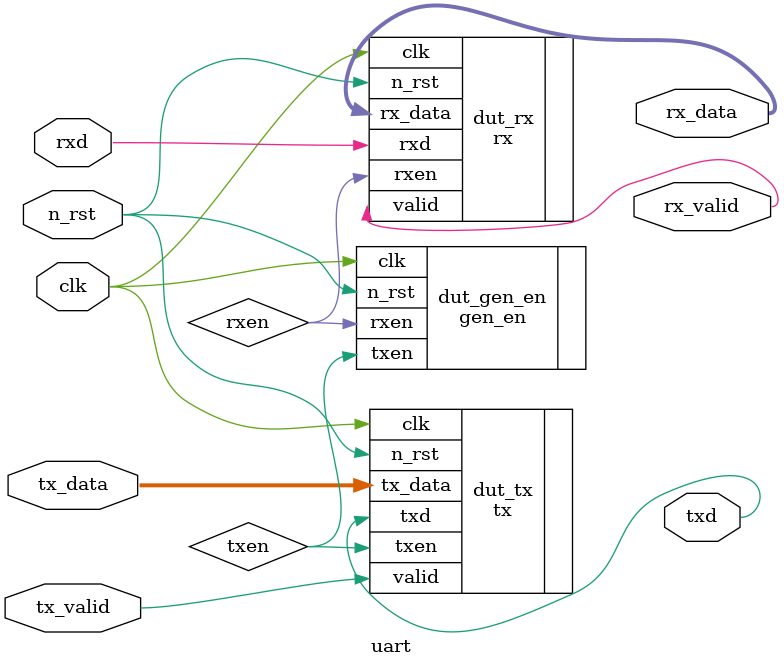
<source format=v>
`timescale 1ps/1ps
module uart (
    input clk,
    input n_rst,

    input rxd,
    output [7:0] rx_data,
    output rx_valid,

    input [31:0] tx_data,
    output txd,
    input tx_valid
);

    wire txen;
    wire rxen;

    gen_en dut_gen_en (
        .clk(clk),
        .n_rst(n_rst),
        .txen(txen),
        .rxen(rxen)
    );

    rx dut_rx (
        .clk(clk),
        .n_rst(n_rst),
        .rxen(rxen),
        .rxd(rxd),
        .rx_data(rx_data),
        .valid(rx_valid)
    );

    tx dut_tx (
        .clk(clk),
        .n_rst(n_rst),
        .txen(txen),
        .tx_data(tx_data),
        .txd(txd),
        .valid(tx_valid)
    );

endmodule


</source>
